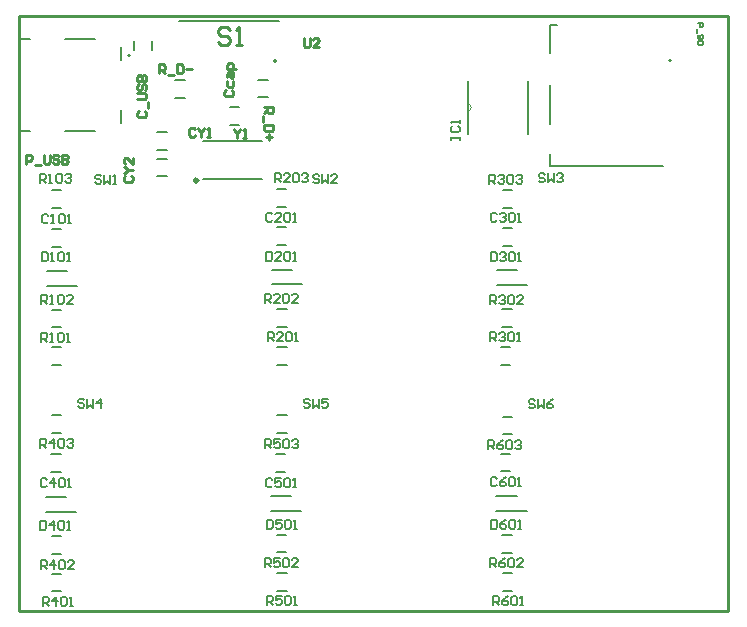
<source format=gto>
G04*
G04 #@! TF.GenerationSoftware,Altium Limited,Altium Designer,19.0.15 (446)*
G04*
G04 Layer_Color=65535*
%FSLAX44Y44*%
%MOMM*%
G71*
G01*
G75*
%ADD10C,0.2000*%
%ADD11C,0.1600*%
%ADD12C,0.3000*%
%ADD13C,0.0000*%
%ADD14C,0.1270*%
%ADD15C,0.1524*%
%ADD16C,0.2540*%
%ADD17C,0.2032*%
D10*
X217914Y-38000D02*
G03*
X217914Y-38000I-1414J0D01*
G01*
X552010Y-37720D02*
G03*
X552010Y-37720I-1000J0D01*
G01*
X192500Y-4000D02*
X220000D01*
X162500D02*
X192500D01*
X135000D02*
X162500D01*
X116750Y-120900D02*
X124750D01*
X116750Y-135900D02*
X124750D01*
X117000Y-98750D02*
X125000D01*
X117000Y-113750D02*
X125000D01*
X202500Y-54000D02*
X210500D01*
X202500Y-69000D02*
X210500D01*
X409500Y-354360D02*
X417500D01*
X409500Y-339360D02*
X417500D01*
X407750Y-385750D02*
X415750D01*
X407750Y-370750D02*
X415750D01*
X404030Y-406890D02*
X421030D01*
X404030Y-419390D02*
X429530D01*
X408750Y-439750D02*
X416750D01*
X408750Y-454750D02*
X416750D01*
X409500Y-472000D02*
X417500D01*
X409500Y-487000D02*
X417500D01*
X27500Y-195750D02*
X35500D01*
X27500Y-180750D02*
X35500D01*
X218000Y-194000D02*
X226000D01*
X218000Y-179000D02*
X226000D01*
X409250Y-194500D02*
X417250D01*
X409250Y-179500D02*
X417250D01*
X27000Y-386000D02*
X35000D01*
X27000Y-371000D02*
X35000D01*
X217250Y-386250D02*
X225250D01*
X217250Y-371250D02*
X225250D01*
X23530Y-216140D02*
X40530D01*
X23530Y-228640D02*
X49030D01*
X214030Y-214890D02*
X231030D01*
X214030Y-227390D02*
X239530D01*
X404280Y-215390D02*
X421280D01*
X404280Y-227890D02*
X429780D01*
X22530Y-407140D02*
X39530D01*
X22530Y-419640D02*
X48030D01*
X213030Y-406390D02*
X230030D01*
X213030Y-418890D02*
X238530D01*
X27500Y-280750D02*
X35500D01*
X27500Y-295750D02*
X35500D01*
X27500Y-248750D02*
X35500D01*
X27500Y-263750D02*
X35500D01*
X27500Y-162750D02*
X35500D01*
X27500Y-147750D02*
X35500D01*
X218500Y-280500D02*
X226500D01*
X218500Y-295500D02*
X226500D01*
X218500Y-248500D02*
X226500D01*
X218500Y-263500D02*
X226500D01*
X218000Y-161750D02*
X226000D01*
X218000Y-146750D02*
X226000D01*
X407500Y-280500D02*
X415500D01*
X407500Y-295500D02*
X415500D01*
X409000Y-248500D02*
X417000D01*
X409000Y-263500D02*
X417000D01*
X409500Y-162500D02*
X417500D01*
X409500Y-147500D02*
X417500D01*
X27500Y-472250D02*
X35500D01*
X27500Y-487250D02*
X35500D01*
X27500Y-440500D02*
X35500D01*
X27500Y-455500D02*
X35500D01*
X27500Y-353000D02*
X35500D01*
X27500Y-338000D02*
X35500D01*
X218500Y-472000D02*
X226500D01*
X218500Y-487000D02*
X226500D01*
X218000Y-439250D02*
X226000D01*
X218000Y-454250D02*
X226000D01*
X218500Y-353000D02*
X226500D01*
X218500Y-338000D02*
X226500D01*
X97000Y-29250D02*
Y-21250D01*
X112000Y-29250D02*
Y-21250D01*
X132250Y-54250D02*
X140250D01*
X132250Y-69250D02*
X140250D01*
X178250Y-77250D02*
X186250D01*
X178250Y-92250D02*
X186250D01*
X574250Y-6250D02*
X579248D01*
Y-8749D01*
X578415Y-9582D01*
X576749D01*
X575916Y-8749D01*
Y-6250D01*
X573417Y-11248D02*
Y-14581D01*
X578415Y-19579D02*
X579248Y-18746D01*
Y-17080D01*
X578415Y-16247D01*
X577582D01*
X576749Y-17080D01*
Y-18746D01*
X575916Y-19579D01*
X575083D01*
X574250Y-18746D01*
Y-17080D01*
X575083Y-16247D01*
X579248Y-21245D02*
X574250D01*
Y-23744D01*
X575083Y-24577D01*
X578415D01*
X579248Y-23744D01*
Y-21245D01*
D11*
X93650Y-33500D02*
G03*
X93650Y-33500I-800J0D01*
G01*
D12*
X151164Y-139250D02*
G03*
X151164Y-139250I-1414J0D01*
G01*
D13*
X379600Y-80548D02*
G03*
X379600Y-74452I0J3048D01*
G01*
D14*
X39050Y-19900D02*
X63850D01*
X39050Y-97100D02*
X63850D01*
X86350Y-37500D02*
Y-26400D01*
Y-90600D02*
Y-79500D01*
X440Y-19900D02*
X9050D01*
X440Y-97100D02*
Y-19900D01*
Y-97100D02*
X9050D01*
X155850Y-138200D02*
X205850D01*
X155850Y-106200D02*
X205850D01*
X449500Y-91530D02*
Y-58510D01*
Y-7650D02*
X454890D01*
X449500Y-31840D02*
Y-7650D01*
Y-127150D02*
X545060D01*
X449500D02*
Y-116930D01*
D15*
X430400Y-100106D02*
Y-54894D01*
X379600Y-74452D02*
Y-54894D01*
Y-80548D02*
Y-74452D01*
Y-100106D02*
Y-80548D01*
D16*
X178157Y-11804D02*
X175618Y-9265D01*
X170539D01*
X168000Y-11804D01*
Y-14343D01*
X170539Y-16882D01*
X175618D01*
X178157Y-19422D01*
Y-21961D01*
X175618Y-24500D01*
X170539D01*
X168000Y-21961D01*
X183235Y-24500D02*
X188313D01*
X185774D01*
Y-9265D01*
X183235Y-11804D01*
X240855Y-18882D02*
Y-25230D01*
X242125Y-26500D01*
X244664D01*
X245933Y-25230D01*
Y-18882D01*
X253551Y-26500D02*
X248472D01*
X253551Y-21422D01*
Y-20152D01*
X252281Y-18882D01*
X249742D01*
X248472Y-20152D01*
X5500Y-125250D02*
Y-117633D01*
X9309D01*
X10578Y-118902D01*
Y-121441D01*
X9309Y-122711D01*
X5500D01*
X13117Y-126520D02*
X18196D01*
X20735Y-117633D02*
Y-123981D01*
X22005Y-125250D01*
X24544D01*
X25813Y-123981D01*
Y-117633D01*
X33431Y-118902D02*
X32161Y-117633D01*
X29622D01*
X28352Y-118902D01*
Y-120172D01*
X29622Y-121441D01*
X32161D01*
X33431Y-122711D01*
Y-123981D01*
X32161Y-125250D01*
X29622D01*
X28352Y-123981D01*
X35970Y-117633D02*
Y-125250D01*
X39779D01*
X41048Y-123981D01*
Y-122711D01*
X39779Y-121441D01*
X35970D01*
X39779D01*
X41048Y-120172D01*
Y-118902D01*
X39779Y-117633D01*
X35970D01*
X182000Y-95483D02*
Y-96752D01*
X184539Y-99291D01*
X187078Y-96752D01*
Y-95483D01*
X184539Y-99291D02*
Y-103100D01*
X189618D02*
X192157D01*
X190887D01*
Y-95483D01*
X189618Y-96752D01*
X118000Y-48500D02*
Y-40883D01*
X121809D01*
X123078Y-42152D01*
Y-44691D01*
X121809Y-45961D01*
X118000D01*
X120539D02*
X123078Y-48500D01*
X125618Y-49770D02*
X130696D01*
X133235Y-40883D02*
Y-48500D01*
X137044D01*
X138313Y-47230D01*
Y-42152D01*
X137044Y-40883D01*
X133235D01*
X140853Y-44691D02*
X145931D01*
X207500Y-77486D02*
X215117D01*
Y-81295D01*
X213848Y-82564D01*
X211309D01*
X210039Y-81295D01*
Y-77486D01*
Y-80025D02*
X207500Y-82564D01*
X206230Y-85104D02*
Y-90182D01*
X215117Y-92721D02*
X207500D01*
Y-96530D01*
X208770Y-97800D01*
X213848D01*
X215117Y-96530D01*
Y-92721D01*
X211309Y-100339D02*
Y-105417D01*
X213848Y-102878D02*
X208770D01*
X89652Y-135422D02*
X88383Y-136691D01*
Y-139230D01*
X89652Y-140500D01*
X94730D01*
X96000Y-139230D01*
Y-136691D01*
X94730Y-135422D01*
X88383Y-132882D02*
X89652D01*
X92191Y-130343D01*
X89652Y-127804D01*
X88383D01*
X92191Y-130343D02*
X96000D01*
Y-120187D02*
Y-125265D01*
X90922Y-120187D01*
X89652D01*
X88383Y-121456D01*
Y-123995D01*
X89652Y-125265D01*
X149078Y-95970D02*
X147809Y-94700D01*
X145270D01*
X144000Y-95970D01*
Y-101048D01*
X145270Y-102318D01*
X147809D01*
X149078Y-101048D01*
X151617Y-94700D02*
Y-95970D01*
X154157Y-98509D01*
X156696Y-95970D01*
Y-94700D01*
X154157Y-98509D02*
Y-102318D01*
X159235D02*
X161774D01*
X160505D01*
Y-94700D01*
X159235Y-95970D01*
X174652Y-62922D02*
X173383Y-64191D01*
Y-66730D01*
X174652Y-68000D01*
X179731D01*
X181000Y-66730D01*
Y-64191D01*
X179731Y-62922D01*
X175922Y-55304D02*
Y-59113D01*
X177191Y-60382D01*
X179731D01*
X181000Y-59113D01*
Y-55304D01*
X175922Y-51495D02*
Y-48956D01*
X177191Y-47686D01*
X181000D01*
Y-51495D01*
X179731Y-52765D01*
X178461Y-51495D01*
Y-47686D01*
X183539Y-45147D02*
X175922D01*
Y-41339D01*
X177191Y-40069D01*
X179731D01*
X181000Y-41339D01*
Y-45147D01*
X101152Y-80922D02*
X99882Y-82191D01*
Y-84730D01*
X101152Y-86000D01*
X106230D01*
X107500Y-84730D01*
Y-82191D01*
X106230Y-80922D01*
X108770Y-78383D02*
Y-73304D01*
X99882Y-70765D02*
X106230D01*
X107500Y-69495D01*
Y-66956D01*
X106230Y-65687D01*
X99882D01*
X101152Y-58069D02*
X99882Y-59339D01*
Y-61878D01*
X101152Y-63147D01*
X102422D01*
X103691Y-61878D01*
Y-59339D01*
X104961Y-58069D01*
X106230D01*
X107500Y-59339D01*
Y-61878D01*
X106230Y-63147D01*
X99882Y-55530D02*
X107500D01*
Y-51721D01*
X106230Y-50451D01*
X104961D01*
X103691Y-51721D01*
Y-55530D01*
Y-51721D01*
X102422Y-50451D01*
X101152D01*
X99882Y-51721D01*
Y-55530D01*
X-0Y0D02*
X600000D01*
Y-503500D02*
Y0D01*
X-0Y-503500D02*
X600000D01*
X-0D02*
Y0D01*
D17*
X365132Y-105000D02*
Y-102461D01*
Y-103730D01*
X372750D01*
Y-105000D01*
Y-102461D01*
X366402Y-93574D02*
X365132Y-94843D01*
Y-97382D01*
X366402Y-98652D01*
X371480D01*
X372750Y-97382D01*
Y-94843D01*
X371480Y-93574D01*
X372750Y-91034D02*
Y-88495D01*
Y-89765D01*
X365132D01*
X366402Y-91034D01*
X245828Y-325402D02*
X244559Y-324132D01*
X242020D01*
X240750Y-325402D01*
Y-326672D01*
X242020Y-327941D01*
X244559D01*
X245828Y-329211D01*
Y-330480D01*
X244559Y-331750D01*
X242020D01*
X240750Y-330480D01*
X248368Y-324132D02*
Y-331750D01*
X250907Y-329211D01*
X253446Y-331750D01*
Y-324132D01*
X261063D02*
X255985D01*
Y-327941D01*
X258524Y-326672D01*
X259794D01*
X261063Y-327941D01*
Y-330480D01*
X259794Y-331750D01*
X257255D01*
X255985Y-330480D01*
X436578Y-325902D02*
X435309Y-324632D01*
X432770D01*
X431500Y-325902D01*
Y-327172D01*
X432770Y-328441D01*
X435309D01*
X436578Y-329711D01*
Y-330980D01*
X435309Y-332250D01*
X432770D01*
X431500Y-330980D01*
X439118Y-324632D02*
Y-332250D01*
X441657Y-329711D01*
X444196Y-332250D01*
Y-324632D01*
X451813D02*
X449274Y-325902D01*
X446735Y-328441D01*
Y-330980D01*
X448005Y-332250D01*
X450544D01*
X451813Y-330980D01*
Y-329711D01*
X450544Y-328441D01*
X446735D01*
X54828Y-325652D02*
X53559Y-324382D01*
X51020D01*
X49750Y-325652D01*
Y-326922D01*
X51020Y-328191D01*
X53559D01*
X54828Y-329461D01*
Y-330730D01*
X53559Y-332000D01*
X51020D01*
X49750Y-330730D01*
X57368Y-324382D02*
Y-332000D01*
X59907Y-329461D01*
X62446Y-332000D01*
Y-324382D01*
X68794Y-332000D02*
Y-324382D01*
X64985Y-328191D01*
X70064D01*
X445078Y-134410D02*
X443809Y-133140D01*
X441270D01*
X440000Y-134410D01*
Y-135679D01*
X441270Y-136949D01*
X443809D01*
X445078Y-138218D01*
Y-139488D01*
X443809Y-140758D01*
X441270D01*
X440000Y-139488D01*
X447617Y-133140D02*
Y-140758D01*
X450157Y-138218D01*
X452696Y-140758D01*
Y-133140D01*
X455235Y-134410D02*
X456505Y-133140D01*
X459044D01*
X460313Y-134410D01*
Y-135679D01*
X459044Y-136949D01*
X457774D01*
X459044D01*
X460313Y-138218D01*
Y-139488D01*
X459044Y-140758D01*
X456505D01*
X455235Y-139488D01*
X254154Y-135297D02*
X252885Y-134027D01*
X250345D01*
X249076Y-135297D01*
Y-136567D01*
X250345Y-137836D01*
X252885D01*
X254154Y-139106D01*
Y-140375D01*
X252885Y-141645D01*
X250345D01*
X249076Y-140375D01*
X256693Y-134027D02*
Y-141645D01*
X259233Y-139106D01*
X261772Y-141645D01*
Y-134027D01*
X269389Y-141645D02*
X264311D01*
X269389Y-136567D01*
Y-135297D01*
X268120Y-134027D01*
X265581D01*
X264311Y-135297D01*
X69367Y-135786D02*
X68097Y-134516D01*
X65558D01*
X64288Y-135786D01*
Y-137055D01*
X65558Y-138325D01*
X68097D01*
X69367Y-139594D01*
Y-140864D01*
X68097Y-142134D01*
X65558D01*
X64288Y-140864D01*
X71906Y-134516D02*
Y-142134D01*
X74445Y-139594D01*
X76984Y-142134D01*
Y-134516D01*
X79523Y-142134D02*
X82063D01*
X80793D01*
Y-134516D01*
X79523Y-135786D01*
X397250Y-366750D02*
Y-359132D01*
X401059D01*
X402328Y-360402D01*
Y-362941D01*
X401059Y-364211D01*
X397250D01*
X399789D02*
X402328Y-366750D01*
X409946Y-359132D02*
X407407Y-360402D01*
X404868Y-362941D01*
Y-365480D01*
X406137Y-366750D01*
X408676D01*
X409946Y-365480D01*
Y-364211D01*
X408676Y-362941D01*
X404868D01*
X412485Y-360402D02*
X413755Y-359132D01*
X416294D01*
X417564Y-360402D01*
Y-365480D01*
X416294Y-366750D01*
X413755D01*
X412485Y-365480D01*
Y-360402D01*
X420103D02*
X421372Y-359132D01*
X423911D01*
X425181Y-360402D01*
Y-361672D01*
X423911Y-362941D01*
X422642D01*
X423911D01*
X425181Y-364211D01*
Y-365480D01*
X423911Y-366750D01*
X421372D01*
X420103Y-365480D01*
X398750Y-467000D02*
Y-459383D01*
X402559D01*
X403828Y-460652D01*
Y-463191D01*
X402559Y-464461D01*
X398750D01*
X401289D02*
X403828Y-467000D01*
X411446Y-459383D02*
X408907Y-460652D01*
X406368Y-463191D01*
Y-465730D01*
X407637Y-467000D01*
X410176D01*
X411446Y-465730D01*
Y-464461D01*
X410176Y-463191D01*
X406368D01*
X413985Y-460652D02*
X415255Y-459383D01*
X417794D01*
X419063Y-460652D01*
Y-465730D01*
X417794Y-467000D01*
X415255D01*
X413985Y-465730D01*
Y-460652D01*
X426681Y-467000D02*
X421603D01*
X426681Y-461922D01*
Y-460652D01*
X425411Y-459383D01*
X422872D01*
X421603Y-460652D01*
X401250Y-499000D02*
Y-491382D01*
X405059D01*
X406328Y-492652D01*
Y-495191D01*
X405059Y-496461D01*
X401250D01*
X403789D02*
X406328Y-499000D01*
X413946Y-491382D02*
X411407Y-492652D01*
X408867Y-495191D01*
Y-497730D01*
X410137Y-499000D01*
X412676D01*
X413946Y-497730D01*
Y-496461D01*
X412676Y-495191D01*
X408867D01*
X416485Y-492652D02*
X417755Y-491382D01*
X420294D01*
X421563Y-492652D01*
Y-497730D01*
X420294Y-499000D01*
X417755D01*
X416485Y-497730D01*
Y-492652D01*
X424103Y-499000D02*
X426642D01*
X425372D01*
Y-491382D01*
X424103Y-492652D01*
X208250Y-366250D02*
Y-358633D01*
X212059D01*
X213328Y-359902D01*
Y-362441D01*
X212059Y-363711D01*
X208250D01*
X210789D02*
X213328Y-366250D01*
X220946Y-358633D02*
X215868D01*
Y-362441D01*
X218407Y-361172D01*
X219676D01*
X220946Y-362441D01*
Y-364980D01*
X219676Y-366250D01*
X217137D01*
X215868Y-364980D01*
X223485Y-359902D02*
X224755Y-358633D01*
X227294D01*
X228563Y-359902D01*
Y-364980D01*
X227294Y-366250D01*
X224755D01*
X223485Y-364980D01*
Y-359902D01*
X231103D02*
X232372Y-358633D01*
X234911D01*
X236181Y-359902D01*
Y-361172D01*
X234911Y-362441D01*
X233642D01*
X234911D01*
X236181Y-363711D01*
Y-364980D01*
X234911Y-366250D01*
X232372D01*
X231103Y-364980D01*
X208000Y-466750D02*
Y-459132D01*
X211809D01*
X213078Y-460402D01*
Y-462941D01*
X211809Y-464211D01*
X208000D01*
X210539D02*
X213078Y-466750D01*
X220696Y-459132D02*
X215618D01*
Y-462941D01*
X218157Y-461672D01*
X219426D01*
X220696Y-462941D01*
Y-465480D01*
X219426Y-466750D01*
X216887D01*
X215618Y-465480D01*
X223235Y-460402D02*
X224505Y-459132D01*
X227044D01*
X228313Y-460402D01*
Y-465480D01*
X227044Y-466750D01*
X224505D01*
X223235Y-465480D01*
Y-460402D01*
X235931Y-466750D02*
X230853D01*
X235931Y-461672D01*
Y-460402D01*
X234661Y-459132D01*
X232122D01*
X230853Y-460402D01*
X209500Y-498500D02*
Y-490882D01*
X213309D01*
X214578Y-492152D01*
Y-494691D01*
X213309Y-495961D01*
X209500D01*
X212039D02*
X214578Y-498500D01*
X222196Y-490882D02*
X217118D01*
Y-494691D01*
X219657Y-493422D01*
X220926D01*
X222196Y-494691D01*
Y-497230D01*
X220926Y-498500D01*
X218387D01*
X217118Y-497230D01*
X224735Y-492152D02*
X226005Y-490882D01*
X228544D01*
X229813Y-492152D01*
Y-497230D01*
X228544Y-498500D01*
X226005D01*
X224735Y-497230D01*
Y-492152D01*
X232353Y-498500D02*
X234892D01*
X233622D01*
Y-490882D01*
X232353Y-492152D01*
X17750Y-365500D02*
Y-357882D01*
X21559D01*
X22828Y-359152D01*
Y-361691D01*
X21559Y-362961D01*
X17750D01*
X20289D02*
X22828Y-365500D01*
X29176D02*
Y-357882D01*
X25368Y-361691D01*
X30446D01*
X32985Y-359152D02*
X34255Y-357882D01*
X36794D01*
X38063Y-359152D01*
Y-364230D01*
X36794Y-365500D01*
X34255D01*
X32985Y-364230D01*
Y-359152D01*
X40603D02*
X41872Y-357882D01*
X44411D01*
X45681Y-359152D01*
Y-360422D01*
X44411Y-361691D01*
X43142D01*
X44411D01*
X45681Y-362961D01*
Y-364230D01*
X44411Y-365500D01*
X41872D01*
X40603Y-364230D01*
X18250Y-468500D02*
Y-460882D01*
X22059D01*
X23328Y-462152D01*
Y-464691D01*
X22059Y-465961D01*
X18250D01*
X20789D02*
X23328Y-468500D01*
X29676D02*
Y-460882D01*
X25868Y-464691D01*
X30946D01*
X33485Y-462152D02*
X34755Y-460882D01*
X37294D01*
X38563Y-462152D01*
Y-467230D01*
X37294Y-468500D01*
X34755D01*
X33485Y-467230D01*
Y-462152D01*
X46181Y-468500D02*
X41103D01*
X46181Y-463422D01*
Y-462152D01*
X44911Y-460882D01*
X42372D01*
X41103Y-462152D01*
X20000Y-499250D02*
Y-491632D01*
X23809D01*
X25078Y-492902D01*
Y-495441D01*
X23809Y-496711D01*
X20000D01*
X22539D02*
X25078Y-499250D01*
X31426D02*
Y-491632D01*
X27617Y-495441D01*
X32696D01*
X35235Y-492902D02*
X36505Y-491632D01*
X39044D01*
X40313Y-492902D01*
Y-497980D01*
X39044Y-499250D01*
X36505D01*
X35235Y-497980D01*
Y-492902D01*
X42853Y-499250D02*
X45392D01*
X44122D01*
Y-491632D01*
X42853Y-492902D01*
X398000Y-142000D02*
Y-134382D01*
X401809D01*
X403078Y-135652D01*
Y-138191D01*
X401809Y-139461D01*
X398000D01*
X400539D02*
X403078Y-142000D01*
X405618Y-135652D02*
X406887Y-134382D01*
X409426D01*
X410696Y-135652D01*
Y-136922D01*
X409426Y-138191D01*
X408157D01*
X409426D01*
X410696Y-139461D01*
Y-140730D01*
X409426Y-142000D01*
X406887D01*
X405618Y-140730D01*
X413235Y-135652D02*
X414505Y-134382D01*
X417044D01*
X418313Y-135652D01*
Y-140730D01*
X417044Y-142000D01*
X414505D01*
X413235Y-140730D01*
Y-135652D01*
X420853D02*
X422122Y-134382D01*
X424661D01*
X425931Y-135652D01*
Y-136922D01*
X424661Y-138191D01*
X423392D01*
X424661D01*
X425931Y-139461D01*
Y-140730D01*
X424661Y-142000D01*
X422122D01*
X420853Y-140730D01*
X398750Y-244000D02*
Y-236383D01*
X402559D01*
X403828Y-237652D01*
Y-240191D01*
X402559Y-241461D01*
X398750D01*
X401289D02*
X403828Y-244000D01*
X406368Y-237652D02*
X407637Y-236383D01*
X410176D01*
X411446Y-237652D01*
Y-238922D01*
X410176Y-240191D01*
X408907D01*
X410176D01*
X411446Y-241461D01*
Y-242730D01*
X410176Y-244000D01*
X407637D01*
X406368Y-242730D01*
X413985Y-237652D02*
X415255Y-236383D01*
X417794D01*
X419063Y-237652D01*
Y-242730D01*
X417794Y-244000D01*
X415255D01*
X413985Y-242730D01*
Y-237652D01*
X426681Y-244000D02*
X421603D01*
X426681Y-238922D01*
Y-237652D01*
X425411Y-236383D01*
X422872D01*
X421603Y-237652D01*
X398750Y-275500D02*
Y-267882D01*
X402559D01*
X403828Y-269152D01*
Y-271691D01*
X402559Y-272961D01*
X398750D01*
X401289D02*
X403828Y-275500D01*
X406368Y-269152D02*
X407637Y-267882D01*
X410176D01*
X411446Y-269152D01*
Y-270422D01*
X410176Y-271691D01*
X408907D01*
X410176D01*
X411446Y-272961D01*
Y-274230D01*
X410176Y-275500D01*
X407637D01*
X406368Y-274230D01*
X413985Y-269152D02*
X415255Y-267882D01*
X417794D01*
X419063Y-269152D01*
Y-274230D01*
X417794Y-275500D01*
X415255D01*
X413985Y-274230D01*
Y-269152D01*
X421603Y-275500D02*
X424142D01*
X422872D01*
Y-267882D01*
X421603Y-269152D01*
X216350Y-140750D02*
Y-133132D01*
X220159D01*
X221428Y-134402D01*
Y-136941D01*
X220159Y-138211D01*
X216350D01*
X218889D02*
X221428Y-140750D01*
X229046D02*
X223967D01*
X229046Y-135672D01*
Y-134402D01*
X227776Y-133132D01*
X225237D01*
X223967Y-134402D01*
X231585D02*
X232855Y-133132D01*
X235394D01*
X236663Y-134402D01*
Y-139480D01*
X235394Y-140750D01*
X232855D01*
X231585Y-139480D01*
Y-134402D01*
X239203D02*
X240472Y-133132D01*
X243011D01*
X244281Y-134402D01*
Y-135672D01*
X243011Y-136941D01*
X241742D01*
X243011D01*
X244281Y-138211D01*
Y-139480D01*
X243011Y-140750D01*
X240472D01*
X239203Y-139480D01*
X208000Y-242750D02*
Y-235132D01*
X211809D01*
X213078Y-236402D01*
Y-238941D01*
X211809Y-240211D01*
X208000D01*
X210539D02*
X213078Y-242750D01*
X220696D02*
X215618D01*
X220696Y-237672D01*
Y-236402D01*
X219426Y-235132D01*
X216887D01*
X215618Y-236402D01*
X223235D02*
X224505Y-235132D01*
X227044D01*
X228314Y-236402D01*
Y-241480D01*
X227044Y-242750D01*
X224505D01*
X223235Y-241480D01*
Y-236402D01*
X235931Y-242750D02*
X230853D01*
X235931Y-237672D01*
Y-236402D01*
X234661Y-235132D01*
X232122D01*
X230853Y-236402D01*
X210250Y-275500D02*
Y-267882D01*
X214059D01*
X215328Y-269152D01*
Y-271691D01*
X214059Y-272961D01*
X210250D01*
X212789D02*
X215328Y-275500D01*
X222946D02*
X217868D01*
X222946Y-270422D01*
Y-269152D01*
X221676Y-267882D01*
X219137D01*
X217868Y-269152D01*
X225485D02*
X226755Y-267882D01*
X229294D01*
X230564Y-269152D01*
Y-274230D01*
X229294Y-275500D01*
X226755D01*
X225485Y-274230D01*
Y-269152D01*
X233103Y-275500D02*
X235642D01*
X234372D01*
Y-267882D01*
X233103Y-269152D01*
X17500Y-141500D02*
Y-133882D01*
X21309D01*
X22578Y-135152D01*
Y-137691D01*
X21309Y-138961D01*
X17500D01*
X20039D02*
X22578Y-141500D01*
X25118D02*
X27657D01*
X26387D01*
Y-133882D01*
X25118Y-135152D01*
X31465D02*
X32735Y-133882D01*
X35274D01*
X36544Y-135152D01*
Y-140230D01*
X35274Y-141500D01*
X32735D01*
X31465Y-140230D01*
Y-135152D01*
X39083D02*
X40353Y-133882D01*
X42892D01*
X44161Y-135152D01*
Y-136422D01*
X42892Y-137691D01*
X41622D01*
X42892D01*
X44161Y-138961D01*
Y-140230D01*
X42892Y-141500D01*
X40353D01*
X39083Y-140230D01*
X18750Y-243750D02*
Y-236132D01*
X22559D01*
X23828Y-237402D01*
Y-239941D01*
X22559Y-241211D01*
X18750D01*
X21289D02*
X23828Y-243750D01*
X26368D02*
X28907D01*
X27637D01*
Y-236132D01*
X26368Y-237402D01*
X32715D02*
X33985Y-236132D01*
X36524D01*
X37794Y-237402D01*
Y-242480D01*
X36524Y-243750D01*
X33985D01*
X32715Y-242480D01*
Y-237402D01*
X45411Y-243750D02*
X40333D01*
X45411Y-238672D01*
Y-237402D01*
X44142Y-236132D01*
X41603D01*
X40333Y-237402D01*
X18750Y-275750D02*
Y-268132D01*
X22559D01*
X23828Y-269402D01*
Y-271941D01*
X22559Y-273211D01*
X18750D01*
X21289D02*
X23828Y-275750D01*
X26368D02*
X28907D01*
X27637D01*
Y-268132D01*
X26368Y-269402D01*
X32715D02*
X33985Y-268132D01*
X36524D01*
X37794Y-269402D01*
Y-274480D01*
X36524Y-275750D01*
X33985D01*
X32715Y-274480D01*
Y-269402D01*
X40333Y-275750D02*
X42872D01*
X41603D01*
Y-268132D01*
X40333Y-269402D01*
X399500Y-426632D02*
Y-434250D01*
X403309D01*
X404578Y-432980D01*
Y-427902D01*
X403309Y-426632D01*
X399500D01*
X412196D02*
X409657Y-427902D01*
X407118Y-430441D01*
Y-432980D01*
X408387Y-434250D01*
X410926D01*
X412196Y-432980D01*
Y-431711D01*
X410926Y-430441D01*
X407118D01*
X414735Y-427902D02*
X416005Y-426632D01*
X418544D01*
X419813Y-427902D01*
Y-432980D01*
X418544Y-434250D01*
X416005D01*
X414735Y-432980D01*
Y-427902D01*
X422353Y-434250D02*
X424892D01*
X423622D01*
Y-426632D01*
X422353Y-427902D01*
X209500Y-426632D02*
Y-434250D01*
X213309D01*
X214578Y-432980D01*
Y-427902D01*
X213309Y-426632D01*
X209500D01*
X222196D02*
X217118D01*
Y-430441D01*
X219657Y-429172D01*
X220926D01*
X222196Y-430441D01*
Y-432980D01*
X220926Y-434250D01*
X218387D01*
X217118Y-432980D01*
X224735Y-427902D02*
X226005Y-426632D01*
X228544D01*
X229813Y-427902D01*
Y-432980D01*
X228544Y-434250D01*
X226005D01*
X224735Y-432980D01*
Y-427902D01*
X232353Y-434250D02*
X234892D01*
X233622D01*
Y-426632D01*
X232353Y-427902D01*
X17750Y-427382D02*
Y-435000D01*
X21559D01*
X22828Y-433730D01*
Y-428652D01*
X21559Y-427382D01*
X17750D01*
X29176Y-435000D02*
Y-427382D01*
X25368Y-431191D01*
X30446D01*
X32985Y-428652D02*
X34255Y-427382D01*
X36794D01*
X38063Y-428652D01*
Y-433730D01*
X36794Y-435000D01*
X34255D01*
X32985Y-433730D01*
Y-428652D01*
X40603Y-435000D02*
X43142D01*
X41872D01*
Y-427382D01*
X40603Y-428652D01*
X399250Y-200133D02*
Y-207750D01*
X403059D01*
X404328Y-206480D01*
Y-201402D01*
X403059Y-200133D01*
X399250D01*
X406868Y-201402D02*
X408137Y-200133D01*
X410676D01*
X411946Y-201402D01*
Y-202672D01*
X410676Y-203941D01*
X409407D01*
X410676D01*
X411946Y-205211D01*
Y-206480D01*
X410676Y-207750D01*
X408137D01*
X406868Y-206480D01*
X414485Y-201402D02*
X415755Y-200133D01*
X418294D01*
X419563Y-201402D01*
Y-206480D01*
X418294Y-207750D01*
X415755D01*
X414485Y-206480D01*
Y-201402D01*
X422103Y-207750D02*
X424642D01*
X423372D01*
Y-200133D01*
X422103Y-201402D01*
X209250Y-199632D02*
Y-207250D01*
X213059D01*
X214328Y-205980D01*
Y-200902D01*
X213059Y-199632D01*
X209250D01*
X221946Y-207250D02*
X216868D01*
X221946Y-202172D01*
Y-200902D01*
X220676Y-199632D01*
X218137D01*
X216868Y-200902D01*
X224485D02*
X225755Y-199632D01*
X228294D01*
X229563Y-200902D01*
Y-205980D01*
X228294Y-207250D01*
X225755D01*
X224485Y-205980D01*
Y-200902D01*
X232103Y-207250D02*
X234642D01*
X233372D01*
Y-199632D01*
X232103Y-200902D01*
X19000Y-200132D02*
Y-207750D01*
X22809D01*
X24078Y-206480D01*
Y-201402D01*
X22809Y-200132D01*
X19000D01*
X26618Y-207750D02*
X29157D01*
X27887D01*
Y-200132D01*
X26618Y-201402D01*
X32966D02*
X34235Y-200132D01*
X36774D01*
X38044Y-201402D01*
Y-206480D01*
X36774Y-207750D01*
X34235D01*
X32966Y-206480D01*
Y-201402D01*
X40583Y-207750D02*
X43122D01*
X41853D01*
Y-200132D01*
X40583Y-201402D01*
X404328Y-391902D02*
X403059Y-390633D01*
X400520D01*
X399250Y-391902D01*
Y-396980D01*
X400520Y-398250D01*
X403059D01*
X404328Y-396980D01*
X411946Y-390633D02*
X409407Y-391902D01*
X406868Y-394441D01*
Y-396980D01*
X408137Y-398250D01*
X410676D01*
X411946Y-396980D01*
Y-395711D01*
X410676Y-394441D01*
X406868D01*
X414485Y-391902D02*
X415755Y-390633D01*
X418294D01*
X419563Y-391902D01*
Y-396980D01*
X418294Y-398250D01*
X415755D01*
X414485Y-396980D01*
Y-391902D01*
X422103Y-398250D02*
X424642D01*
X423372D01*
Y-390633D01*
X422103Y-391902D01*
X214328Y-392652D02*
X213059Y-391382D01*
X210520D01*
X209250Y-392652D01*
Y-397730D01*
X210520Y-399000D01*
X213059D01*
X214328Y-397730D01*
X221946Y-391382D02*
X216868D01*
Y-395191D01*
X219407Y-393922D01*
X220676D01*
X221946Y-395191D01*
Y-397730D01*
X220676Y-399000D01*
X218137D01*
X216868Y-397730D01*
X224485Y-392652D02*
X225755Y-391382D01*
X228294D01*
X229563Y-392652D01*
Y-397730D01*
X228294Y-399000D01*
X225755D01*
X224485Y-397730D01*
Y-392652D01*
X232103Y-399000D02*
X234642D01*
X233372D01*
Y-391382D01*
X232103Y-392652D01*
X23328Y-392902D02*
X22059Y-391632D01*
X19520D01*
X18250Y-392902D01*
Y-397980D01*
X19520Y-399250D01*
X22059D01*
X23328Y-397980D01*
X29676Y-399250D02*
Y-391632D01*
X25868Y-395441D01*
X30946D01*
X33485Y-392902D02*
X34755Y-391632D01*
X37294D01*
X38563Y-392902D01*
Y-397980D01*
X37294Y-399250D01*
X34755D01*
X33485Y-397980D01*
Y-392902D01*
X41103Y-399250D02*
X43642D01*
X42372D01*
Y-391632D01*
X41103Y-392902D01*
X404078Y-167902D02*
X402809Y-166632D01*
X400270D01*
X399000Y-167902D01*
Y-172980D01*
X400270Y-174250D01*
X402809D01*
X404078Y-172980D01*
X406618Y-167902D02*
X407887Y-166632D01*
X410426D01*
X411696Y-167902D01*
Y-169172D01*
X410426Y-170441D01*
X409157D01*
X410426D01*
X411696Y-171711D01*
Y-172980D01*
X410426Y-174250D01*
X407887D01*
X406618Y-172980D01*
X414235Y-167902D02*
X415505Y-166632D01*
X418044D01*
X419314Y-167902D01*
Y-172980D01*
X418044Y-174250D01*
X415505D01*
X414235Y-172980D01*
Y-167902D01*
X421853Y-174250D02*
X424392D01*
X423122D01*
Y-166632D01*
X421853Y-167902D01*
X214328Y-167902D02*
X213059Y-166632D01*
X210520D01*
X209250Y-167902D01*
Y-172980D01*
X210520Y-174250D01*
X213059D01*
X214328Y-172980D01*
X221946Y-174250D02*
X216868D01*
X221946Y-169172D01*
Y-167902D01*
X220676Y-166632D01*
X218137D01*
X216868Y-167902D01*
X224485D02*
X225755Y-166632D01*
X228294D01*
X229563Y-167902D01*
Y-172980D01*
X228294Y-174250D01*
X225755D01*
X224485Y-172980D01*
Y-167902D01*
X232103Y-174250D02*
X234642D01*
X233372D01*
Y-166632D01*
X232103Y-167902D01*
X24578Y-169152D02*
X23309Y-167882D01*
X20770D01*
X19500Y-169152D01*
Y-174230D01*
X20770Y-175500D01*
X23309D01*
X24578Y-174230D01*
X27118Y-175500D02*
X29657D01*
X28387D01*
Y-167882D01*
X27118Y-169152D01*
X33465D02*
X34735Y-167882D01*
X37274D01*
X38544Y-169152D01*
Y-174230D01*
X37274Y-175500D01*
X34735D01*
X33465Y-174230D01*
Y-169152D01*
X41083Y-175500D02*
X43622D01*
X42353D01*
Y-167882D01*
X41083Y-169152D01*
M02*

</source>
